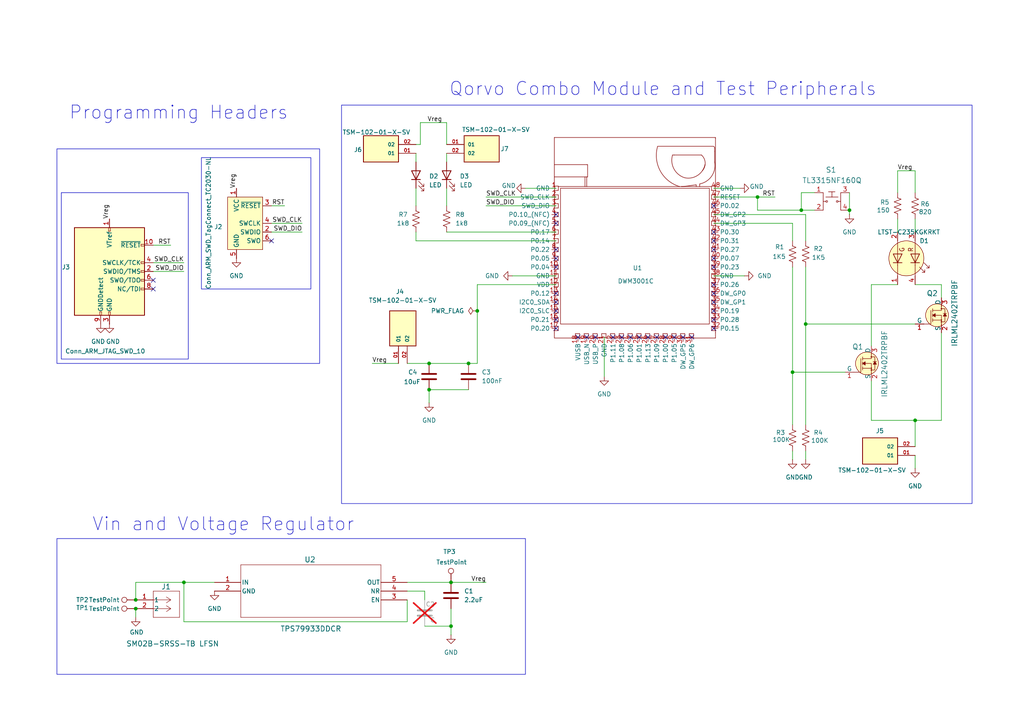
<source format=kicad_sch>
(kicad_sch (version 20231120) (generator "eeschema") (generator_version "8.0")
  (paper "A4")
  (title_block (title "BareTag_Tag") (date "2024-10-24") (rev "1"))
  (lib_symbols
    (symbol "Connector:Conn_ARM_JTAG_SWD_10" (pin_names (offset 1.016))
      (property "Reference" "J" (at -2.54 16.51 0))
      (property "Value" "Conn_ARM_JTAG_SWD_10" (at -2.54 13.97 0))
      (symbol "Conn_ARM_JTAG_SWD_10_1_1"
        (pin power_in line (at 0 15.24 270) (length 2.54) (name "VTref") (number "1"))
        (pin open_collector line (at 12.7 7.62 180) (length 2.54) (name "~{RESET}") (number "10"))
        (pin bidirectional line (at 12.7 0 180) (length 2.54) (name "SWDIO/TMS") (number "2"))
        (pin power_in line (at 0 -15.24 90) (length 2.54) (name "GND") (number "3"))
        (pin output line (at 12.7 2.54 180) (length 2.54) (name "SWCLK/TCK") (number "4"))
        (pin passive line (at 0 -15.24 90) (length 2.54) hide (name "GND") (number "5"))
        (pin input line (at 12.7 -2.54 180) (length 2.54) (name "SWO/TDO") (number "6"))
        (pin no_connect line (at -10.16 0 0) (length 2.54) hide (name "KEY") (number "7"))
        (pin output line (at 12.7 -5.08 180) (length 2.54) (name "NC/TDI") (number "8"))
        (pin passive line (at -2.54 -15.24 90) (length 2.54) (name "GNDDetect") (number "9"))
      )
    )
    (symbol "Connector:Conn_ARM_SWD_TagConnect_TC2030-NL" (in_bom no)
      (property "Reference" "J" (at 2.54 11.43 0))
      (property "Value" "Conn_ARM_SWD_TagConnect_TC2030-NL" (at 2.54 8.89 0))
      (symbol "Conn_ARM_SWD_TagConnect_TC2030-NL_0_0"
        (pin power_in line (at -2.54 10.16 270) (length 2.54) (name "VCC") (number "1"))
        (pin bidirectional line (at 7.62 -2.54 180) (length 2.54) (name "SWDIO") (number "2"))
        (pin open_collector line (at 7.62 5.08 180) (length 2.54) (name "~{RESET}") (number "3"))
        (pin output line (at 7.62 0 180) (length 2.54) (name "SWCLK") (number "4"))
        (pin power_in line (at -2.54 -10.16 90) (length 2.54) (name "GND") (number "5"))
        (pin input line (at 7.62 -5.08 180) (length 2.54) (name "SWO") (number "6"))
      )
    )
    (symbol "Connector:TestPoint" (pin_numbers hide) (pin_names (offset 0.762) hide)
      (property "Reference" "TP" (at 0 6.858 0))
      (property "Value" "TestPoint" (at 0 5.08 0))
      (symbol "TestPoint_1_1"
        (pin passive line (at 0 0 90) (length 2.54) (name "1") (number "1"))
      )
    )
    (symbol "Device:C" (pin_numbers hide) (pin_names (offset 0.254))
      (property "Reference" "C" (at 0.635 2.54 0))
      (property "Value" "C" (at 0.635 -2.54 0))
      (symbol "C_1_1"
        (pin passive line (at 0 3.81 270) (length 2.794) (name "~") (number "1"))
        (pin passive line (at 0 -3.81 90) (length 2.794) (name "~") (number "2"))
      )
    )
    (symbol "Device:LED" (pin_numbers hide) (pin_names (offset 1.016) hide)
      (property "Reference" "D" (at 0 2.54 0))
      (property "Value" "LED" (at 0 -2.54 0))
      (symbol "LED_1_1"
        (pin passive line (at -3.81 0 0) (length 2.54) (name "K") (number "1"))
        (pin passive line (at 3.81 0 180) (length 2.54) (name "A") (number "2"))
      )
    )
    (symbol "Device:R_US" (pin_numbers hide) (pin_names (offset 0))
      (property "Reference" "R" (at 2.54 0 90))
      (property "Value" "R_US" (at -2.54 0 90))
      (symbol "R_US_1_1"
        (pin passive line (at 0 3.81 270) (length 1.27) (name "~") (number "1"))
        (pin passive line (at 0 -3.81 90) (length 1.27) (name "~") (number "2"))
      )
    )
    (symbol "LED:LTST-C235KGKRKT" (pin_names (offset 0) hide)
      (property "Reference" "D" (at -5.08 6.35 0))
      (property "Value" "LTST-C235KGKRKT" (at 0 -5.715 0))
      (symbol "LTST-C235KGKRKT_0_0"
        (text "G" (at -2.54 -1.27 0) (effects (font (size 1.2954 1.2954))))
        (text "R" (at -2.54 1.27 0) (effects (font (size 1.2954 1.2954))))
      )
      (symbol "LTST-C235KGKRKT_1_1"
        (pin input line (at 7.62 -2.54 180) (length 2.54) (name "K2") (number "1"))
        (pin input line (at -7.62 -2.54 0) (length 2.54) (name "A2") (number "2"))
        (pin input line (at -7.62 2.54 0) (length 2.54) (name "A1") (number "3"))
        (pin input line (at 7.62 2.54 180) (length 2.54) (name "K1") (number "4"))
      )
    )
    (symbol "SM02B-SRSS-TB:SM02B-SRSS-TB_LFSN" (pin_names (offset 0.254))
      (property "Reference" "J1" (at 7.366 3.81 0))
      (property "Value" "SM02B-SRSS-TB LFSN" (at -10.922 -9.144 0))
      (symbol "SM02B-SRSS-TB_LFSN_1_1"
        (pin power_out line (at 0 0 0) (length 5.08) (name "1") (number "1"))
        (pin power_out line (at 0 -2.54 0) (length 5.08) (name "2") (number "2"))
      )
      (symbol "SM02B-SRSS-TB_LFSN_1_2"
        (pin unspecified line (at 0 0 0) (length 5.08) (name "1") (number "1"))
        (pin unspecified line (at 0 -2.54 0) (length 5.08) (name "2") (number "2"))
      )
    )
    (symbol "TPS79933DDCR:TPS79933DDCR" (pin_names (offset 0.254))
      (property "Reference" "U2" (at 27.686 6.604 0))
      (property "Value" "TPS79933DDCR" (at 27.94 -13.462 0))
      (symbol "TPS79933DDCR_0_1"
        (pin power_in line (at 0 -2.54 0) (length 7.62) (name "GND") (number "2"))
      )
      (symbol "TPS79933DDCR_1_1"
        (pin power_in line (at 0 0 0) (length 7.62) (name "IN") (number "1"))
        (pin input line (at 55.88 -5.08 180) (length 7.62) (name "EN") (number "3"))
        (pin output line (at 55.88 -2.54 180) (length 7.62) (name "NR") (number "4"))
        (pin power_out line (at 55.88 0 180) (length 7.62) (name "OUT") (number "5"))
      )
    )
    (symbol "dk_Tactile-Switches:TL3315NF160Q" (pin_names (offset 1.016))
      (property "Reference" "S" (at 0 5.08 0))
      (property "Value" "TL3315NF160Q" (at 0 -5.08 0))
      (symbol "TL3315NF160Q_1_1"
        (pin passive line (at -5.08 2.54 0) (length 2.54) (name "~") (number "1"))
        (pin passive line (at -5.08 -2.54 0) (length 2.54) (name "~") (number "2"))
        (pin passive line (at 5.08 2.54 180) (length 2.54) (name "~") (number "3"))
        (pin passive line (at 5.08 -2.54 180) (length 2.54) (name "~") (number "4"))
      )
    )
    (symbol "dk_Transistors-FETs-MOSFETs-Single:IRLML2402TRPBF" (pin_names (offset 0))
      (property "Reference" "Q" (at -2.6924 3.6322 0))
      (property "Value" "IRLML2402TRPBF" (at 3.4544 0 90))
      (symbol "IRLML2402TRPBF_1_1"
        (pin bidirectional line (at -7.62 -2.54 0) (length 2.54) (name "G") (number "1"))
        (pin bidirectional line (at 0 -5.08 90) (length 2.54) (name "S") (number "2"))
        (pin bidirectional line (at 0 5.08 270) (length 2.54) (name "D") (number "3"))
      )
    )
    (symbol "power:GND" (power) (pin_numbers hide) (pin_names (offset 0) hide)
      (property "Value" "GND" (at 0 -3.81 0))
      (symbol "GND_1_1"
        (pin power_in line (at 0 0 270) (length 0) (name "~") (number "1"))
      )
    )
    (symbol "power:PWR_FLAG" (power) (pin_numbers hide) (pin_names (offset 0) hide)
      (property "Value" "PWR_FLAG" (at 0 3.81 0))
      (symbol "PWR_FLAG_0_0"
        (pin power_out line (at 0 0 90) (length 0) (name "~") (number "1"))
      )
    )
    (symbol "sdp:DWM3001C"
      (property "Reference" "U1" (at 2.032 -2.794 0))
      (property "Value" "DWM3001C" (at 1.524 -6.604 0))
      (symbol "DWM3001C_1_1"
        (pin power_in line (at -21.59 20.32 180) (length 1.27) (name "GND") (number "1"))
        (pin bidirectional line (at -21.59 -2.54 180) (length 1.27) (name "P0.04") (number "10"))
        (pin power_in line (at -21.59 -5.08 180) (length 1.27) (name "GND") (number "11"))
        (pin power_in line (at -21.59 -7.62 180) (length 1.27) (name "VDD") (number "12"))
        (pin bidirectional line (at -21.59 -10.16 180) (length 1.27) (name "P0.12") (number "13"))
        (pin bidirectional line (at -21.59 -12.7 180) (length 1.27) (name "I2C0_SDA") (number "14"))
        (pin bidirectional line (at -21.59 -15.24 180) (length 1.27) (name "I2C0_SLC") (number "15"))
        (pin bidirectional line (at -21.59 -17.78 180) (length 1.27) (name "P0.21") (number "16"))
        (pin bidirectional line (at -21.59 -20.32 180) (length 1.27) (name "P0.20") (number "17"))
        (pin bidirectional line (at -15.24 -22.86 270) (length 1.27) (name "VUSB") (number "18"))
        (pin bidirectional line (at -12.7 -22.86 270) (length 1.27) (name "USB_N") (number "19"))
        (pin input line (at -21.59 17.78 180) (length 1.27) (name "SWD_CLK") (number "2"))
        (pin bidirectional line (at -10.16 -22.86 270) (length 1.27) (name "USB_P") (number "20"))
        (pin power_in line (at -7.62 -22.86 270) (length 1.27) (name "GND") (number "21"))
        (pin bidirectional line (at -5.08 -22.86 270) (length 1.27) (name "P1.11") (number "22"))
        (pin bidirectional line (at -2.54 -22.86 270) (length 1.27) (name "P1.08") (number "23"))
        (pin bidirectional line (at 0 -22.86 270) (length 1.27) (name "P1.06") (number "24"))
        (pin bidirectional line (at 2.54 -22.86 270) (length 1.27) (name "P1.01") (number "25"))
        (pin bidirectional line (at 5.08 -22.86 270) (length 1.27) (name "P1.13") (number "26"))
        (pin bidirectional line (at 7.62 -22.86 270) (length 1.27) (name "P1.09") (number "27"))
        (pin bidirectional line (at 10.16 -22.86 270) (length 1.27) (name "P1.00") (number "28"))
        (pin bidirectional line (at 12.7 -22.86 270) (length 1.27) (name "P1.05") (number "29"))
        (pin bidirectional line (at -21.59 15.24 180) (length 1.27) (name "SWD_DIO") (number "3"))
        (pin bidirectional line (at 15.24 -22.86 270) (length 1.27) (name "DW_GP5") (number "30"))
        (pin bidirectional line (at 17.78 -22.86 270) (length 1.27) (name "DW_GP6") (number "31"))
        (pin bidirectional line (at 24.13 -20.32 0) (length 1.27) (name "P0.15") (number "32"))
        (pin bidirectional line (at 24.13 -17.78 0) (length 1.27) (name "P0.28") (number "33"))
        (pin bidirectional line (at 24.13 -15.24 0) (length 1.27) (name "P0.19") (number "34"))
        (pin bidirectional line (at 24.13 -12.7 0) (length 1.27) (name "DW_GP1") (number "35"))
        (pin bidirectional line (at 24.13 -10.16 0) (length 1.27) (name "DW_GP0") (number "36"))
        (pin bidirectional line (at 24.13 -7.62 0) (length 1.27) (name "P0.26") (number "37"))
        (pin power_in line (at 24.13 -5.08 0) (length 1.27) (name "GND") (number "38"))
        (pin bidirectional line (at 24.13 -2.54 0) (length 1.27) (name "P0.23") (number "39"))
        (pin bidirectional line (at -21.59 12.7 180) (length 1.27) (name "P0.10_(NFC)") (number "4"))
        (pin bidirectional line (at 24.13 0 0) (length 1.27) (name "P0.07") (number "40"))
        (pin bidirectional line (at 24.13 2.54 0) (length 1.27) (name "P0.27") (number "41"))
        (pin bidirectional line (at 24.13 5.08 0) (length 1.27) (name "P0.31") (number "42"))
        (pin bidirectional line (at 24.13 7.62 0) (length 1.27) (name "P0.30") (number "43"))
        (pin bidirectional line (at 24.13 10.16 0) (length 1.27) (name "DW_GP3") (number "44"))
        (pin bidirectional line (at 24.13 12.7 0) (length 1.27) (name "DW_GP2") (number "45"))
        (pin bidirectional line (at 24.13 15.24 0) (length 1.27) (name "P0.02") (number "46"))
        (pin bidirectional line (at 24.13 17.78 0) (length 1.27) (name "RESET") (number "47"))
        (pin power_in line (at 24.13 20.32 0) (length 1.27) (name "GND") (number "48"))
        (pin bidirectional line (at -21.59 10.16 180) (length 1.27) (name "P0.09_(NFC)") (number "5"))
        (pin bidirectional line (at -21.59 7.62 180) (length 1.27) (name "P0.17") (number "6"))
        (pin bidirectional line (at -21.59 5.08 180) (length 1.27) (name "P0.14") (number "7"))
        (pin bidirectional line (at -21.59 2.54 180) (length 1.27) (name "P0.22") (number "8"))
        (pin bidirectional line (at -21.59 0 180) (length 1.27) (name "P0.05") (number "9"))
      )
    )
    (symbol "sdp:TSM-102-01-X-SV" (pin_names (offset 1.016))
      (property "Reference" "J" (at -5.08 3.302 0))
      (property "Value" "TSM-102-01-X-SV" (at -5.08 -7.62 0))
      (symbol "TSM-102-01-X-SV_0_0"
        (pin passive line (at -10.16 0 0) (length 5.08) (name "01") (number "01"))
        (pin passive line (at -10.16 -2.54 0) (length 5.08) (name "02") (number "02"))
      )
    )
  )
  (junction (at 232.41 60.96))
  (junction (at 233.68 93.98))
  (junction (at 124.46 113.03))
  (junction (at 130.81 168.91))
  (junction (at 53.34 168.91))
  (junction (at 39.37 176.53))
  (junction (at 265.43 121.92))
  (junction (at 130.81 181.61))
  (junction (at 246.38 60.96))
  (junction (at 135.89 105.41))
  (junction (at 229.87 107.95))
  (junction (at 124.46 105.41))
  (junction (at 138.43 90.17))
  (junction (at 39.37 173.99))
  (junction (at 219.71 57.15))
  (no_connect (at 207.01 95.25))
  (no_connect (at 180.34 97.79))
  (no_connect (at 185.42 97.79))
  (no_connect (at 207.01 77.47))
  (no_connect (at 161.29 64.77))
  (no_connect (at 167.64 97.79))
  (no_connect (at 161.29 74.93))
  (no_connect (at 161.29 92.71))
  (no_connect (at 161.29 62.23))
  (no_connect (at 207.01 82.55))
  (no_connect (at 198.12 97.79))
  (no_connect (at 207.01 72.39))
  (no_connect (at 207.01 69.85))
  (no_connect (at 182.88 97.79))
  (no_connect (at 170.18 97.79))
  (no_connect (at 200.66 97.79))
  (no_connect (at 207.01 59.69))
  (no_connect (at 207.01 87.63))
  (no_connect (at 207.01 67.31))
  (no_connect (at 190.5 97.79))
  (no_connect (at 44.45 81.28))
  (no_connect (at 177.8 97.79))
  (no_connect (at 207.01 92.71))
  (no_connect (at 187.96 97.79))
  (no_connect (at 161.29 87.63))
  (no_connect (at 193.04 97.79))
  (no_connect (at 195.58 97.79))
  (no_connect (at 161.29 90.17))
  (no_connect (at 161.29 95.25))
  (no_connect (at 161.29 77.47))
  (no_connect (at 78.74 69.85))
  (no_connect (at 207.01 85.09))
  (no_connect (at 172.72 97.79))
  (no_connect (at 161.29 85.09))
  (no_connect (at 207.01 90.17))
  (no_connect (at 44.45 83.82))
  (no_connect (at 207.01 74.93))
  (no_connect (at 161.29 72.39))
  (wire (pts (xy 246.38 55.88) (xy 246.38 60.96)))
  (wire (pts (xy 207.01 62.23) (xy 233.68 62.23)))
  (wire (pts (xy 53.34 168.91) (xy 62.23 168.91)))
  (wire (pts (xy 273.05 121.92) (xy 265.43 121.92)))
  (wire (pts (xy 229.87 107.95) (xy 229.87 123.19)))
  (wire (pts (xy 140.97 59.69) (xy 161.29 59.69)))
  (wire (pts (xy 124.46 113.03) (xy 135.89 113.03)))
  (wire (pts (xy 130.81 181.61) (xy 130.81 184.15)))
  (wire (pts (xy 53.34 76.2) (xy 44.45 76.2)))
  (wire (pts (xy 53.34 180.34) (xy 53.34 168.91)))
  (wire (pts (xy 233.68 130.81) (xy 233.68 133.35)))
  (wire (pts (xy 120.65 54.61) (xy 120.65 59.69)))
  (wire (pts (xy 215.9 80.01) (xy 207.01 80.01)))
  (wire (pts (xy 129.54 44.45) (xy 129.54 46.99)))
  (wire (pts (xy 232.41 60.96) (xy 236.22 60.96)))
  (wire (pts (xy 161.29 67.31) (xy 129.54 67.31)))
  (wire (pts (xy 233.68 93.98) (xy 265.43 93.98)))
  (wire (pts (xy 120.65 67.31) (xy 120.65 69.85)))
  (wire (pts (xy 229.87 64.77) (xy 229.87 69.85)))
  (wire (pts (xy 232.41 55.88) (xy 232.41 60.96)))
  (wire (pts (xy 252.73 121.92) (xy 252.73 110.49)))
  (wire (pts (xy 207.01 57.15) (xy 219.71 57.15)))
  (wire (pts (xy 120.65 69.85) (xy 161.29 69.85)))
  (wire (pts (xy 260.35 49.53) (xy 265.43 49.53)))
  (wire (pts (xy 49.53 71.12) (xy 44.45 71.12)))
  (wire (pts (xy 265.43 82.55) (xy 273.05 82.55)))
  (wire (pts (xy 53.34 78.74) (xy 44.45 78.74)))
  (wire (pts (xy 87.63 64.77) (xy 78.74 64.77)))
  (wire (pts (xy 124.46 113.03) (xy 124.46 116.84)))
  (wire (pts (xy 233.68 93.98) (xy 233.68 123.19)))
  (wire (pts (xy 87.63 67.31) (xy 78.74 67.31)))
  (wire (pts (xy 118.11 173.99) (xy 118.11 180.34)))
  (wire (pts (xy 233.68 62.23) (xy 233.68 69.85)))
  (wire (pts (xy 265.43 121.92) (xy 265.43 129.54)))
  (wire (pts (xy 118.11 168.91) (xy 130.81 168.91)))
  (wire (pts (xy 39.37 168.91) (xy 53.34 168.91)))
  (wire (pts (xy 107.95 105.41) (xy 115.57 105.41)))
  (wire (pts (xy 252.73 82.55) (xy 252.73 100.33)))
  (wire (pts (xy 214.63 54.61) (xy 207.01 54.61)))
  (wire (pts (xy 260.35 63.5) (xy 260.35 67.31)))
  (wire (pts (xy 207.01 64.77) (xy 229.87 64.77)))
  (wire (pts (xy 129.54 54.61) (xy 129.54 59.69)))
  (wire (pts (xy 39.37 179.07) (xy 39.37 176.53)))
  (wire (pts (xy 229.87 77.47) (xy 229.87 107.95)))
  (wire (pts (xy 273.05 82.55) (xy 273.05 86.36)))
  (wire (pts (xy 129.54 35.56) (xy 129.54 41.91)))
  (wire (pts (xy 260.35 82.55) (xy 252.73 82.55)))
  (wire (pts (xy 123.19 171.45) (xy 123.19 173.99)))
  (wire (pts (xy 39.37 168.91) (xy 39.37 173.99)))
  (wire (pts (xy 121.92 41.91) (xy 120.65 41.91)))
  (wire (pts (xy 229.87 130.81) (xy 229.87 133.35)))
  (wire (pts (xy 265.43 121.92) (xy 252.73 121.92)))
  (wire (pts (xy 121.92 35.56) (xy 121.92 41.91)))
  (wire (pts (xy 124.46 105.41) (xy 135.89 105.41)))
  (wire (pts (xy 232.41 60.96) (xy 219.71 60.96)))
  (wire (pts (xy 148.59 80.01) (xy 161.29 80.01)))
  (wire (pts (xy 273.05 96.52) (xy 273.05 121.92)))
  (wire (pts (xy 236.22 55.88) (xy 232.41 55.88)))
  (wire (pts (xy 265.43 63.5) (xy 265.43 67.31)))
  (wire (pts (xy 118.11 105.41) (xy 124.46 105.41)))
  (wire (pts (xy 138.43 90.17) (xy 138.43 82.55)))
  (wire (pts (xy 265.43 132.08) (xy 265.43 135.89)))
  (wire (pts (xy 121.92 35.56) (xy 129.54 35.56)))
  (wire (pts (xy 82.55 59.69) (xy 78.74 59.69)))
  (wire (pts (xy 140.97 57.15) (xy 161.29 57.15)))
  (wire (pts (xy 175.26 109.22) (xy 175.26 97.79)))
  (wire (pts (xy 118.11 171.45) (xy 123.19 171.45)))
  (wire (pts (xy 135.89 105.41) (xy 138.43 105.41)))
  (wire (pts (xy 229.87 107.95) (xy 245.11 107.95)))
  (wire (pts (xy 123.19 181.61) (xy 130.81 181.61)))
  (wire (pts (xy 130.81 176.53) (xy 130.81 181.61)))
  (wire (pts (xy 246.38 60.96) (xy 246.38 62.23)))
  (wire (pts (xy 260.35 55.88) (xy 260.35 49.53)))
  (wire (pts (xy 265.43 55.88) (xy 265.43 49.53)))
  (wire (pts (xy 138.43 105.41) (xy 138.43 90.17)))
  (wire (pts (xy 130.81 168.91) (xy 140.97 168.91)))
  (wire (pts (xy 219.71 57.15) (xy 219.71 60.96)))
  (wire (pts (xy 118.11 180.34) (xy 53.34 180.34)))
  (wire (pts (xy 138.43 82.55) (xy 161.29 82.55)))
  (wire (pts (xy 219.71 57.15) (xy 224.79 57.15)))
  (wire (pts (xy 233.68 77.47) (xy 233.68 93.98)))
  (wire (pts (xy 120.65 44.45) (xy 120.65 46.99)))
  (wire (pts (xy 152.4 54.61) (xy 161.29 54.61)))
  (rectangle (start 16.51 156.21) (end 152.4 195.58))
  (rectangle (start 99.06 30.48) (end 281.94 146.05))
  (rectangle (start 16.51 43.18) (end 92.71 105.41))
  (rectangle (start 58.42 45.72) (end 90.17 83.82))
  (rectangle (start 17.78 55.88) (end 54.61 104.14))
  (text "Qorvo Combo Module and Test Peripherals" (at 192.278 25.908 0) (effects (font (size 3.81 3.81))))
  (text "Vin and Voltage Regulator" (at 64.77 152.146 0) (effects (font (size 3.81 3.81))))
  (text "Programming Headers\n" (at 51.816 32.766 0) (effects (font (size 3.81 3.81))))
  (label "SWD_CLK" (at 140.97 57.15 0))
  (label "RST" (at 82.55 59.69 180))
  (label "Vreg" (at 68.58 54.61 90))
  (label "Vreg" (at 31.75 63.5 90))
  (label "Vreg" (at 260.35 49.53 0))
  (label "SWD_DIO" (at 87.63 67.31 180))
  (label "SWD_CLK" (at 53.34 76.2 180))
  (label "Vreg" (at 140.97 168.91 180))
  (label "Vreg" (at 107.95 105.41 0))
  (label "SWD_DIO" (at 53.34 78.74 180))
  (label "SWD_DIO" (at 140.97 59.69 0))
  (label "RST" (at 224.79 57.15 180))
  (label "RST" (at 49.53 71.12 180))
  (label "Vreg" (at 128.27 35.56 180))
  (label "SWD_CLK" (at 87.63 64.77 180))
  (symbol (lib_id "Device:R_US") (at 260.35 59.69 0) (unit 1)
    (property "Reference" "R5" (at 255.27 58.674 0) (effects (justify left)))
    (property "Value" "150" (at 254.254 60.96 0) (effects (justify left)))
    (property "Description" "Resistor, US symbol" (effects (hide yes)))
  )
  (symbol (lib_id "Connector:TestPoint") (at 39.37 176.53 90) (unit 1)
    (property "Reference" "TP1" (at 23.876 176.276 90))
    (property "Value" "TestPoint" (at 30.226 176.53 90))
    (property "Description" "test point" (effects (hide yes)))
  )
  (symbol (lib_id "dk_Transistors-FETs-MOSFETs-Single:IRLML2402TRPBF") (at 252.73 105.41 0) (unit 1)
    (property "Reference" "Q1" (at 247.142 100.584 0) (effects (font (size 1.524 1.524)) (justify left)))
    (property "Value" "IRLML2402TRPBF" (at 256.54 115.316 90) (effects (font (size 1.524 1.524)) (justify left)))
    (property "Footprint" "digikey-footprints:SOT-23-3" (effects (hide yes)))
    (property "Datasheet" "https://www.infineon.com/dgdl/irlml2402pbf.pdf?fileId=5546d462533600a401535664e5ef25fa" (effects (hide yes)))
    (property "Description" "MOSFET N-CH 20V 1.2A SOT-23" (effects (hide yes)))
    (property "Digi-Key_PN" "IRLML2402PBFCT-ND" (effects (hide yes)))
    (property "MPN" "IRLML2402TRPBF" (effects (hide yes)))
    (property "Category" "Discrete Semiconductor Products" (effects (hide yes)))
    (property "Family" "Transistors - FETs, MOSFETs - Single" (effects (hide yes)))
    (property "DK_Datasheet_Link" "https://www.infineon.com/dgdl/irlml2402pbf.pdf?fileId=5546d462533600a401535664e5ef25fa" (effects (hide yes)))
    (property "DK_Detail_Page" "/product-detail/en/infineon-technologies/IRLML2402TRPBF/IRLML2402PBFCT-ND/812508" (effects (hide yes)))
    (property "Description_1" "MOSFET N-CH 20V 1.2A SOT-23" (effects (hide yes)))
    (property "Manufacturer" "Infineon Technologies" (effects (hide yes)))
    (property "Status" "Active" (effects (hide yes)))
  )
  (symbol (lib_id "Device:C") (at 124.46 109.22 0) (unit 1)
    (property "Reference" "C4" (at 118.364 107.95 0) (effects (justify left)))
    (property "Value" "10uF" (at 117.094 110.744 0) (effects (justify left)))
    (property "Description" "Unpolarized capacitor" (effects (hide yes)))
  )
  (symbol (lib_id "Device:R_US") (at 233.68 127 0) (unit 1)
    (property "Reference" "R4" (at 235.966 125.476 0) (effects (justify left)))
    (property "Value" "100K" (at 235.204 127.762 0) (effects (justify left)))
    (property "Description" "Resistor, US symbol" (effects (hide yes)))
  )
  (symbol (lib_id "power:GND") (at 130.81 184.15 0) (unit 1)
    (property "Reference" "#PWR010" (effects (hide yes)))
    (property "Value" "GND" (at 130.81 189.23 0))
    (property "Description" "Power symbol creates a global label with name \"GND\" , ground" (effects (hide yes)))
  )
  (symbol (lib_id "power:GND") (at 214.63 54.61 90) (unit 1)
    (property "Reference" "#PWR07" (effects (hide yes)))
    (property "Value" "GND" (at 217.424 54.102 90) (effects (justify right)))
    (property "Description" "Power symbol creates a global label with name \"GND\" , ground" (effects (hide yes)))
  )
  (symbol (lib_id "Device:R_US") (at 129.54 63.5 0) (unit 1)
    (property "Reference" "R8" (at 132.08 62.2299 0) (effects (justify left)))
    (property "Value" "1k8" (at 132.08 64.7699 0) (effects (justify left)))
    (property "Description" "Resistor, US symbol" (effects (hide yes)))
  )
  (symbol (lib_id "Connector:Conn_ARM_JTAG_SWD_10") (at 31.75 78.74 0) (unit 1)
    (property "Reference" "J3" (at 20.32 77.4699 0) (effects (justify right)))
    (property "Value" "Conn_ARM_JTAG_SWD_10" (at 42.164 101.854 0) (effects (justify right)))
    (property "Footprint" "Connector_PinHeader_1.27mm:PinHeader_2x05_P1.27mm_Vertical_SMD" (effects (hide yes)))
    (property "Datasheet" "http://infocenter.arm.com/help/topic/com.arm.doc.ddi0314h/DDI0314H_coresight_components_trm.pdf" (effects (hide yes)))
    (property "Description" "Cortex Debug Connector, standard ARM Cortex-M SWD and JTAG interface" (effects (hide yes)))
  )
  (symbol (lib_id "TPS79933DDCR:TPS79933DDCR") (at 62.23 168.91 0) (unit 1)
    (property "Reference" "U2" (at 89.916 162.306 0) (effects (font (size 1.524 1.524))))
    (property "Value" "TPS79933DDCR" (at 90.17 182.372 0) (effects (font (size 1.524 1.524))))
    (property "Footprint" "Package_TO_SOT_SMD:DDC5" (effects (hide yes)))
    (property "Datasheet" "https://www.ti.com/lit/ds/symlink/tps799.pdf" (effects (hide yes)))
  )
  (symbol (lib_id "power:GND") (at 148.59 80.01 270) (unit 1)
    (property "Reference" "#PWR04" (effects (hide yes)))
    (property "Value" "GND" (at 144.78 80.0099 90) (effects (justify right)))
    (property "Description" "Power symbol creates a global label with name \"GND\" , ground" (effects (hide yes)))
  )
  (symbol (lib_id "Device:R_US") (at 229.87 127 0) (unit 1)
    (property "Reference" "R3" (at 225.044 125.476 0) (effects (justify left)))
    (property "Value" "100K" (at 224.028 127.508 0) (effects (justify left)))
    (property "Description" "Resistor, US symbol" (effects (hide yes)))
  )
  (symbol (lib_id "sdp:TSM-102-01-X-SV") (at 255.27 132.08 180) (unit 1)
    (property "Reference" "J5" (at 254 124.968 0) (effects (justify right)))
    (property "Value" "TSM-102-01-X-SV" (at 243.078 136.398 0) (effects (justify right)))
    (property "Footprint" "TSM-102-01-X-SV:SAMTEC_TSM-102-01-X-SV" (effects (hide yes)))
    (property "PARTREV" "D" (effects (hide yes)))
    (property "STANDARD" "Manufacturer Recommendations" (effects (hide yes)))
    (property "MANUFACTURER" "Samtec" (effects (hide yes)))
  )
  (symbol (lib_id "Device:C") (at 135.89 109.22 0) (unit 1)
    (property "Reference" "C3" (at 139.7 107.9499 0) (effects (justify left)))
    (property "Value" "100nF" (at 139.7 110.4899 0) (effects (justify left)))
    (property "Description" "Unpolarized capacitor" (effects (hide yes)))
  )
  (symbol (lib_id "power:PWR_FLAG") (at 138.43 90.17 90) (unit 1)
    (property "Reference" "#FLG01" (effects (hide yes)))
    (property "Value" "PWR_FLAG" (at 134.62 90.1699 90) (effects (justify left)))
    (property "Description" "Special symbol for telling ERC where power comes from" (effects (hide yes)))
  )
  (symbol (lib_id "Connector:Conn_ARM_SWD_TagConnect_TC2030-NL") (at 71.12 64.77 0) (unit 1) (in_bom no)
    (property "Reference" "J2" (at 64.516 65.786 0) (effects (justify right)))
    (property "Value" "Conn_ARM_SWD_TagConnect_TC2030-NL" (at 60.452 45.466 90) (effects (justify right)))
    (property "Footprint" "Connector:Tag-Connect_TC2030-IDC-NL_2x03_P1.27mm_Vertical" (effects (hide yes)))
    (property "Datasheet" "https://www.tag-connect.com/wp-content/uploads/bsk-pdf-manager/TC2030-CTX_1.pdf" (effects (hide yes)))
    (property "Description" "Tag-Connect ARM Cortex SWD JTAG connector, 6 pin, no legs" (effects (hide yes)))
  )
  (symbol (lib_id "power:GND") (at 265.43 135.89 0) (unit 1)
    (property "Reference" "#PWR016" (effects (hide yes)))
    (property "Value" "GND" (at 265.43 140.97 0))
    (property "Description" "Power symbol creates a global label with name \"GND\" , ground" (effects (hide yes)))
  )
  (symbol (lib_id "sdp:DWM3001C") (at 182.88 74.93 0) (unit 1)
    (property "Reference" "U1" (at 184.912 77.724 0))
    (property "Value" "DWM3001C" (at 184.404 81.534 0))
    (property "Footprint" "DWM3001C:DWM3001C" (effects (hide yes)))
  )
  (symbol (lib_id "Device:C") (at 123.19 177.8 0) (unit 1) (dnp yes)
    (property "Reference" "C2" (at 123.444 175.26 0) (effects (justify left)))
    (property "Value" "C" (at 124.714 179.832 0) (effects (justify left)))
    (property "Footprint" "imported:GRM155C80J225KE95D" (effects (hide yes)))
    (property "Description" "Unpolarized capacitor" (effects (hide yes)))
  )
  (symbol (lib_id "Connector:TestPoint") (at 39.37 173.99 90) (unit 1)
    (property "Reference" "TP2" (at 23.876 173.99 90))
    (property "Value" "TestPoint" (at 30.226 173.99 90))
    (property "Description" "test point" (effects (hide yes)))
  )
  (symbol (lib_id "sdp:TSM-102-01-X-SV") (at 110.49 44.45 180) (unit 1)
    (property "Reference" "J6" (at 102.616 43.434 0) (effects (justify right)))
    (property "Value" "TSM-102-01-X-SV" (at 99.314 38.354 0) (effects (justify right)))
    (property "Footprint" "TSM-102-01-X-SV:SAMTEC_TSM-102-01-X-SV" (effects (hide yes)))
    (property "PARTREV" "D" (effects (hide yes)))
    (property "STANDARD" "Manufacturer Recommendations" (effects (hide yes)))
    (property "MANUFACTURER" "Samtec" (effects (hide yes)))
  )
  (symbol (lib_id "power:GND") (at 124.46 116.84 0) (unit 1)
    (property "Reference" "#PWR09" (effects (hide yes)))
    (property "Value" "GND" (at 124.46 121.92 0))
    (property "Description" "Power symbol creates a global label with name \"GND\" , ground" (effects (hide yes)))
  )
  (symbol (lib_id "Connector:TestPoint") (at 130.81 168.91 0) (unit 1)
    (property "Reference" "TP3" (at 128.524 160.02 0) (effects (justify left)))
    (property "Value" "TestPoint" (at 126.492 163.068 0) (effects (justify left)))
    (property "Description" "test point" (effects (hide yes)))
  )
  (symbol (lib_id "power:GND") (at 175.26 109.22 0) (unit 1)
    (property "Reference" "#PWR05" (effects (hide yes)))
    (property "Value" "GND" (at 175.26 114.3 0))
    (property "Description" "Power symbol creates a global label with name \"GND\" , ground" (effects (hide yes)))
  )
  (symbol (lib_id "power:GND") (at 39.37 179.07 0) (unit 1)
    (property "Reference" "#PWR08" (effects (hide yes)))
    (property "Value" "GND" (at 39.624 183.388 0))
    (property "Description" "Power symbol creates a global label with name \"GND\" , ground" (effects (hide yes)))
  )
  (symbol (lib_id "dk_Transistors-FETs-MOSFETs-Single:IRLML2402TRPBF") (at 273.05 91.44 0) (unit 1)
    (property "Reference" "Q2" (at 268.732 85.09 0) (effects (font (size 1.524 1.524)) (justify left)))
    (property "Value" "IRLML2402TRPBF" (at 276.86 100.584 90) (effects (font (size 1.524 1.524)) (justify left)))
    (property "Footprint" "digikey-footprints:SOT-23-3" (effects (hide yes)))
    (property "Datasheet" "https://www.infineon.com/dgdl/irlml2402pbf.pdf?fileId=5546d462533600a401535664e5ef25fa" (effects (hide yes)))
    (property "Description" "MOSFET N-CH 20V 1.2A SOT-23" (effects (hide yes)))
    (property "Digi-Key_PN" "IRLML2402PBFCT-ND" (effects (hide yes)))
    (property "MPN" "IRLML2402TRPBF" (effects (hide yes)))
    (property "Category" "Discrete Semiconductor Products" (effects (hide yes)))
    (property "Family" "Transistors - FETs, MOSFETs - Single" (effects (hide yes)))
    (property "DK_Datasheet_Link" "https://www.infineon.com/dgdl/irlml2402pbf.pdf?fileId=5546d462533600a401535664e5ef25fa" (effects (hide yes)))
    (property "DK_Detail_Page" "/product-detail/en/infineon-technologies/IRLML2402TRPBF/IRLML2402PBFCT-ND/812508" (effects (hide yes)))
    (property "Description_1" "MOSFET N-CH 20V 1.2A SOT-23" (effects (hide yes)))
    (property "Manufacturer" "Infineon Technologies" (effects (hide yes)))
    (property "Status" "Active" (effects (hide yes)))
  )
  (symbol (lib_id "power:GND") (at 246.38 62.23 0) (unit 1)
    (property "Reference" "#PWR013" (effects (hide yes)))
    (property "Value" "GND" (at 246.38 67.31 0))
    (property "Description" "Power symbol creates a global label with name \"GND\" , ground" (effects (hide yes)))
  )
  (symbol (lib_id "Device:LED") (at 120.65 50.8 90) (unit 1)
    (property "Reference" "D2" (at 124.46 51.1174 90) (effects (justify right)))
    (property "Value" "LED" (at 124.46 53.6574 90) (effects (justify right)))
    (property "Description" "Light emitting diode" (effects (hide yes)))
  )
  (symbol (lib_id "Device:R_US") (at 233.68 73.66 0) (unit 1)
    (property "Reference" "R2" (at 235.966 72.136 0) (effects (justify left)))
    (property "Value" "1K5" (at 235.458 74.676 0) (effects (justify left)))
    (property "Description" "Resistor, US symbol" (effects (hide yes)))
  )
  (symbol (lib_id "power:GND") (at 68.58 74.93 0) (unit 1)
    (property "Reference" "#PWR01" (effects (hide yes)))
    (property "Value" "GND" (at 68.58 80.01 0))
    (property "Description" "Power symbol creates a global label with name \"GND\" , ground" (effects (hide yes)))
  )
  (symbol (lib_id "sdp:TSM-102-01-X-SV") (at 139.7 41.91 0) (unit 1)
    (property "Reference" "J7" (at 147.574 43.18 0) (effects (justify right)))
    (property "Value" "TSM-102-01-X-SV" (at 153.67 37.592 0) (effects (justify right)))
    (property "Footprint" "TSM-102-01-X-SV:SAMTEC_TSM-102-01-X-SV" (effects (hide yes)))
    (property "PARTREV" "D" (effects (hide yes)))
    (property "STANDARD" "Manufacturer Recommendations" (effects (hide yes)))
    (property "MANUFACTURER" "Samtec" (effects (hide yes)))
  )
  (symbol (lib_id "Device:R_US") (at 120.65 63.5 0) (unit 1)
    (property "Reference" "R7" (at 115.57 62.23 0) (effects (justify left)))
    (property "Value" "1k8" (at 115.062 64.77 0) (effects (justify left)))
    (property "Description" "Resistor, US symbol" (effects (hide yes)))
  )
  (symbol (lib_id "Device:LED") (at 129.54 50.8 90) (unit 1)
    (property "Reference" "D3" (at 133.35 51.1174 90) (effects (justify right)))
    (property "Value" "LED" (at 133.35 53.6574 90) (effects (justify right)))
    (property "Description" "Light emitting diode" (effects (hide yes)))
  )
  (symbol (lib_id "dk_Tactile-Switches:TL3315NF160Q") (at 241.3 58.42 0) (unit 1)
    (property "Reference" "S1" (at 241.046 49.276 0) (effects (font (size 1.524 1.524))))
    (property "Value" "TL3315NF160Q" (at 241.3 52.324 0) (effects (font (size 1.524 1.524))))
    (property "Footprint" "digikey-footprints:Switch_Tactile_SMD_4.5x4.5mm_TL3315NF160Q" (effects (hide yes)))
    (property "Datasheet" "http://spec_sheets.e-switch.com/specs/P010337.pdf" (effects (hide yes)))
    (property "Description" "SWITCH TACTILE SPST-NO 0.05A 15V" (effects (hide yes)))
    (property "Digi-Key_PN" "EG4621CT-ND" (effects (hide yes)))
    (property "MPN" "TL3315NF160Q" (effects (hide yes)))
    (property "Category" "Switches" (effects (hide yes)))
    (property "Family" "Tactile Switches" (effects (hide yes)))
    (property "DK_Datasheet_Link" "http://spec_sheets.e-switch.com/specs/P010337.pdf" (effects (hide yes)))
    (property "DK_Detail_Page" "/product-detail/en/e-switch/TL3315NF160Q/EG4621CT-ND/1870401" (effects (hide yes)))
    (property "Description_1" "SWITCH TACTILE SPST-NO 0.05A 15V" (effects (hide yes)))
    (property "Manufacturer" "E-Switch" (effects (hide yes)))
    (property "Status" "Active" (effects (hide yes)))
  )
  (symbol (lib_id "Device:R_US") (at 265.43 59.69 0) (unit 1)
    (property "Reference" "R6" (at 266.954 59.182 0) (effects (justify left)))
    (property "Value" "820" (at 266.446 61.468 0) (effects (justify left)))
    (property "Description" "Resistor, US symbol" (effects (hide yes)))
  )
  (symbol (lib_id "power:GND") (at 215.9 80.01 90) (unit 1)
    (property "Reference" "#PWR06" (effects (hide yes)))
    (property "Value" "GND" (at 219.71 80.0099 90) (effects (justify right)))
    (property "Description" "Power symbol creates a global label with name \"GND\" , ground" (effects (hide yes)))
  )
  (symbol (lib_id "power:GND") (at 233.68 133.35 0) (unit 1)
    (property "Reference" "#PWR015" (effects (hide yes)))
    (property "Value" "GND" (at 233.68 138.43 0))
    (property "Description" "Power symbol creates a global label with name \"GND\" , ground" (effects (hide yes)))
  )
  (symbol (lib_id "power:GND") (at 31.75 93.98 0) (unit 1)
    (property "Reference" "#PWR012" (effects (hide yes)))
    (property "Value" "GND" (at 32.766 99.06 0))
    (property "Description" "Power symbol creates a global label with name \"GND\" , ground" (effects (hide yes)))
  )
  (symbol (lib_id "LED:LTST-C235KGKRKT") (at 262.89 74.93 270) (unit 1)
    (property "Reference" "D1" (at 266.7 69.85 90) (effects (justify left)))
    (property "Value" "LTST-C235KGKRKT" (at 254.508 67.31 90) (effects (justify left)))
    (property "Footprint" "LED_SMD:LED_LiteOn_LTST-C235KGKRKT" (effects (hide yes)))
    (property "Datasheet" "https://optoelectronics.liteon.com/upload/download/DS22-2009-0219/LTST-C235KGKRKT.pdf" (effects (hide yes)))
    (property "Description" "LED dual red/green, 4-pin, down-facing" (effects (hide yes)))
  )
  (symbol (lib_id "SM02B-SRSS-TB:SM02B-SRSS-TB_LFSN") (at 39.37 173.99 0) (unit 1)
    (property "Reference" "J1" (at 46.736 170.18 0) (effects (font (size 1.524 1.524)) (justify left)))
    (property "Value" "SM02B-SRSS-TB LFSN" (at 36.576 186.69 0) (effects (font (size 1.524 1.524)) (justify left)))
    (property "Footprint" "Connector_JST:CONN_SM02B-SRSS-TB_JST" (effects (hide yes)))
    (property "Datasheet" "SM02B-SRSS-TB LFSN" (effects (hide yes)))
  )
  (symbol (lib_id "power:GND") (at 152.4 54.61 270) (unit 1)
    (property "Reference" "#PWR03" (effects (hide yes)))
    (property "Value" "GND" (at 149.606 53.848 90) (effects (justify right)))
    (property "Description" "Power symbol creates a global label with name \"GND\" , ground" (effects (hide yes)))
  )
  (symbol (lib_id "Device:R_US") (at 229.87 73.66 0) (unit 1)
    (property "Reference" "R1" (at 224.79 71.628 0) (effects (justify left)))
    (property "Value" "1K5" (at 224.028 74.422 0) (effects (justify left)))
    (property "Description" "Resistor, US symbol" (effects (hide yes)))
  )
  (symbol (lib_id "power:GND") (at 229.87 133.35 0) (unit 1)
    (property "Reference" "#PWR014" (effects (hide yes)))
    (property "Value" "GND" (at 229.87 138.43 0))
    (property "Description" "Power symbol creates a global label with name \"GND\" , ground" (effects (hide yes)))
  )
  (symbol (lib_id "power:GND") (at 29.21 93.98 0) (unit 1)
    (property "Reference" "#PWR011" (effects (hide yes)))
    (property "Value" "GND" (at 28.448 99.06 0))
    (property "Description" "Power symbol creates a global label with name \"GND\" , ground" (effects (hide yes)))
  )
  (symbol (lib_id "sdp:TSM-102-01-X-SV") (at 115.57 95.25 90) (unit 1)
    (property "Reference" "J4" (at 114.808 84.582 90) (effects (justify right)))
    (property "Value" "TSM-102-01-X-SV" (at 106.934 87.122 90) (effects (justify right)))
    (property "Footprint" "TSM-102-01-X-SV:SAMTEC_TSM-102-01-X-SV" (effects (hide yes)))
    (property "PARTREV" "D" (effects (hide yes)))
    (property "STANDARD" "Manufacturer Recommendations" (effects (hide yes)))
    (property "MANUFACTURER" "Samtec" (effects (hide yes)))
  )
  (symbol (lib_id "power:GND") (at 62.23 171.45 0) (unit 1)
    (property "Reference" "#PWR02" (effects (hide yes)))
    (property "Value" "GND" (at 62.23 176.53 0))
    (property "Description" "Power symbol creates a global label with name \"GND\" , ground" (effects (hide yes)))
  )
  (symbol (lib_id "Device:C") (at 130.81 172.72 180) (unit 1)
    (property "Reference" "C1" (at 134.62 171.4499 0) (effects (justify right)))
    (property "Value" "2.2uF" (at 134.62 173.9899 0) (effects (justify right)))
    (property "Footprint" "imported:GRM155C80J225KE95D" (effects (hide yes)))
    (property "Description" "Unpolarized capacitor" (effects (hide yes)))
  )
)
</source>
